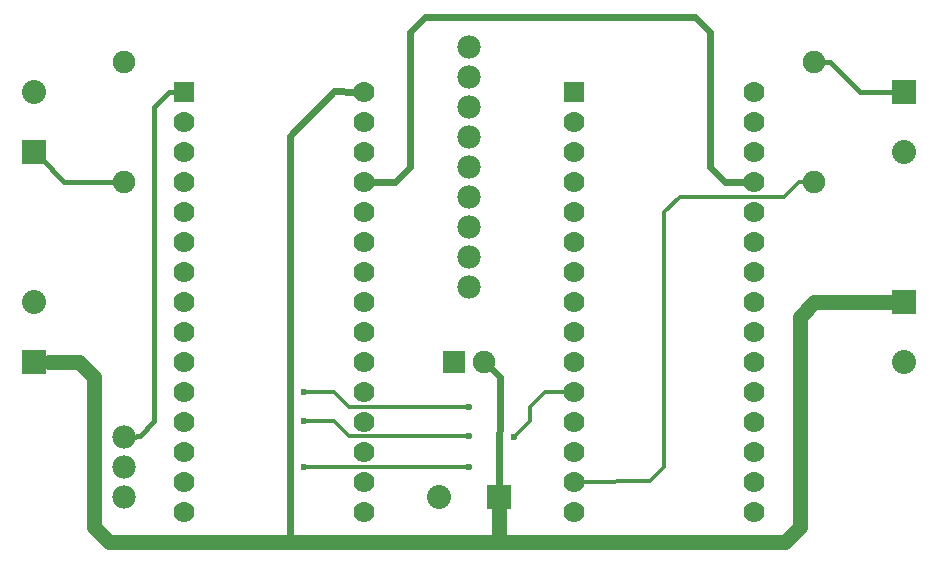
<source format=gtl>
G04 MADE WITH FRITZING*
G04 WWW.FRITZING.ORG*
G04 DOUBLE SIDED*
G04 HOLES PLATED*
G04 CONTOUR ON CENTER OF CONTOUR VECTOR*
%ASAXBY*%
%FSLAX23Y23*%
%MOIN*%
%OFA0B0*%
%SFA1.0B1.0*%
%ADD10C,0.023622*%
%ADD11C,0.070000*%
%ADD12C,0.080000*%
%ADD13C,0.075000*%
%ADD14C,0.078000*%
%ADD15R,0.069972X0.070000*%
%ADD16R,0.080000X0.080000*%
%ADD17R,0.075000X0.075000*%
%ADD18C,0.050000*%
%ADD19C,0.016000*%
%ADD20C,0.024000*%
%ADD21C,0.012000*%
%LNCOPPER1*%
G90*
G70*
G54D10*
X1784Y416D03*
X1634Y417D03*
X1634Y515D03*
X1083Y565D03*
X1634Y316D03*
X1083Y316D03*
G54D11*
X1984Y1566D03*
X1984Y1466D03*
X1984Y1366D03*
X1984Y1266D03*
X1984Y1166D03*
X1984Y1066D03*
X1984Y966D03*
X1984Y866D03*
X1984Y766D03*
X1984Y666D03*
X1984Y566D03*
X1984Y466D03*
X1984Y366D03*
X1984Y266D03*
X1984Y166D03*
X2584Y1566D03*
X2584Y1466D03*
X2584Y1366D03*
X2584Y1266D03*
X2584Y1166D03*
X2584Y1066D03*
X2584Y966D03*
X2584Y866D03*
X2584Y766D03*
X2584Y666D03*
X2584Y566D03*
X2584Y466D03*
X2584Y366D03*
X2584Y266D03*
X2584Y166D03*
G54D10*
X1083Y467D03*
G54D12*
X184Y666D03*
X184Y866D03*
G54D11*
X684Y1566D03*
X684Y1466D03*
X684Y1366D03*
X684Y1266D03*
X684Y1166D03*
X684Y1066D03*
X684Y966D03*
X684Y866D03*
X684Y766D03*
X684Y666D03*
X684Y566D03*
X684Y466D03*
X684Y366D03*
X684Y266D03*
X684Y166D03*
X1284Y1566D03*
X1284Y1466D03*
X1284Y1366D03*
X1284Y1266D03*
X1284Y1166D03*
X1284Y1066D03*
X1284Y966D03*
X1284Y866D03*
X1284Y766D03*
X1284Y666D03*
X1284Y566D03*
X1284Y466D03*
X1284Y366D03*
X1284Y266D03*
X1284Y166D03*
G54D13*
X2784Y1266D03*
X2784Y1666D03*
X484Y1666D03*
X484Y1266D03*
G54D12*
X3084Y866D03*
X3084Y666D03*
X184Y1366D03*
X184Y1566D03*
X3084Y1566D03*
X3084Y1366D03*
X1734Y216D03*
X1534Y216D03*
G54D14*
X484Y416D03*
X484Y316D03*
X484Y216D03*
G54D13*
X1584Y666D03*
X1684Y666D03*
G54D14*
X1634Y916D03*
X1634Y1016D03*
X1634Y1116D03*
X1634Y1216D03*
X1634Y1316D03*
X1634Y1416D03*
X1634Y1516D03*
X1634Y1616D03*
X1634Y1716D03*
G54D15*
X1984Y1566D03*
G54D16*
X184Y666D03*
G54D15*
X684Y1566D03*
G54D16*
X3084Y866D03*
X184Y1366D03*
X3084Y1566D03*
X1734Y216D03*
G54D17*
X1584Y666D03*
G54D18*
X1734Y65D02*
X2685Y65D01*
G54D19*
D02*
X2935Y1565D02*
X3059Y1566D01*
D02*
X2808Y1666D02*
X2835Y1666D01*
G54D18*
D02*
X384Y116D02*
X434Y65D01*
D02*
X1734Y168D02*
X1734Y65D01*
D02*
X2685Y65D02*
X2735Y116D01*
D02*
X434Y65D02*
X1734Y65D01*
D02*
X2735Y815D02*
X2784Y865D01*
D02*
X1734Y65D02*
X1734Y168D01*
D02*
X384Y616D02*
X334Y666D01*
D02*
X384Y116D02*
X384Y616D01*
G54D20*
D02*
X384Y116D02*
X434Y65D01*
D02*
X1035Y65D02*
X1035Y1417D01*
D02*
X434Y65D02*
X1035Y65D01*
G54D19*
D02*
X284Y1265D02*
X202Y1348D01*
D02*
X461Y1266D02*
X284Y1265D01*
G54D21*
D02*
X2284Y1166D02*
X2335Y1216D01*
D02*
X2235Y267D02*
X2284Y315D01*
D02*
X2284Y315D02*
X2284Y1166D01*
D02*
X2008Y266D02*
X2235Y267D01*
D02*
X2335Y1216D02*
X2684Y1216D01*
D02*
X2684Y1216D02*
X2734Y1266D01*
G54D20*
D02*
X1705Y646D02*
X1735Y616D01*
D02*
X1735Y616D02*
X1734Y247D01*
G54D18*
D02*
X2735Y116D02*
X2735Y815D01*
D02*
X2784Y865D02*
X3037Y866D01*
D02*
X334Y666D02*
X232Y666D01*
G54D20*
D02*
X1184Y1567D02*
X1255Y1566D01*
D02*
X1035Y1417D02*
X1184Y1567D01*
G54D21*
D02*
X2734Y1266D02*
X2761Y1266D01*
G54D19*
D02*
X2835Y1666D02*
X2885Y1616D01*
D02*
X583Y467D02*
X583Y1515D01*
D02*
X634Y1565D02*
X661Y1566D01*
D02*
X583Y1515D02*
X634Y1565D01*
D02*
X535Y417D02*
X583Y467D01*
D02*
X509Y416D02*
X535Y417D01*
G54D20*
D02*
X1435Y1766D02*
X1485Y1816D01*
D02*
X1485Y1816D02*
X2385Y1816D01*
D02*
X1435Y1316D02*
X1435Y1766D01*
D02*
X2385Y1816D02*
X2435Y1766D01*
D02*
X1385Y1266D02*
X1435Y1316D01*
D02*
X2435Y1766D02*
X2435Y1316D01*
D02*
X1314Y1266D02*
X1385Y1266D01*
D02*
X2435Y1316D02*
X2485Y1266D01*
D02*
X2485Y1266D02*
X2555Y1266D01*
G54D21*
D02*
X1620Y316D02*
X1097Y316D01*
D02*
X1885Y565D02*
X1961Y566D01*
D02*
X1794Y426D02*
X1835Y467D01*
D02*
X1234Y417D02*
X1620Y417D01*
D02*
X1184Y467D02*
X1234Y417D01*
D02*
X1097Y467D02*
X1184Y467D01*
D02*
X1184Y565D02*
X1234Y515D01*
D02*
X1234Y515D02*
X1620Y515D01*
D02*
X1097Y565D02*
X1184Y565D01*
G54D19*
D02*
X2885Y1616D02*
X2935Y1565D01*
G54D21*
D02*
X1835Y515D02*
X1885Y565D01*
D02*
X1835Y467D02*
X1835Y515D01*
G04 End of Copper1*
M02*
</source>
